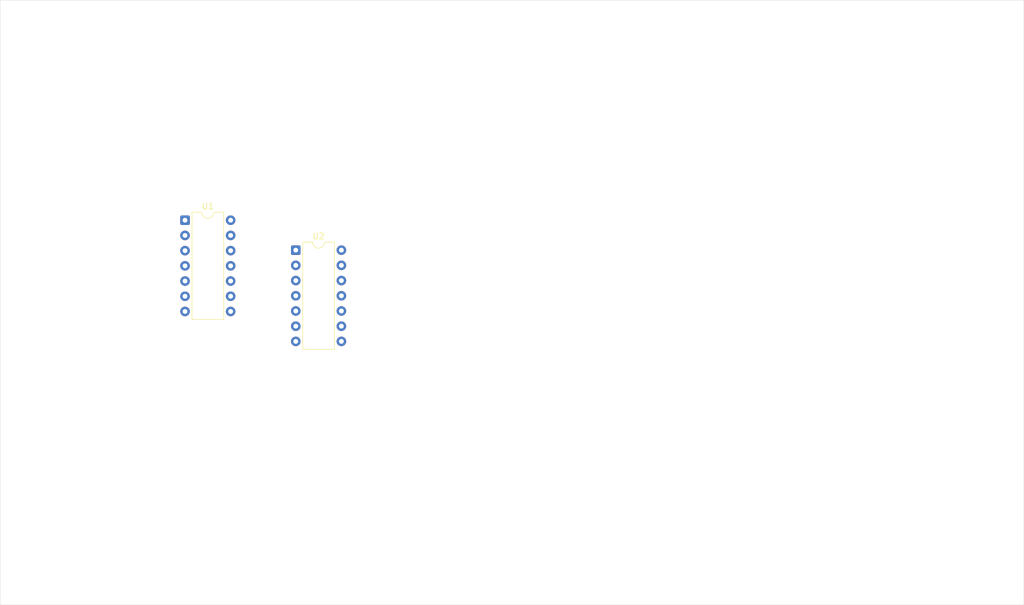
<source format=kicad_pcb>
(kicad_pcb (version 20241229) (generator "pcbnew") (generator_version "9.0")
  (layers (0 "F.Cu" signal) (2 "B.Cu" signal) (13 "F.Paste" user) (15 "B.Paste" user) (5 "F.SilkS" user "F.Silkscreen") (7 "B.SilkS" user "B.Silkscreen") (1 "F.Mask" user) (3 "B.Mask" user) (25 "Edge.Cuts" user))
  (net 0 "")
  (net 10 "GND")
  (net 13 "+5V")
  (footprint "Package_DIP:DIP-14_W7.62mm" (layer "F.Cu") (at 81.38 74.26)
    (property "Reference" "U1" (at 3.81 -2.33 0) (layer "F.SilkS"))
    (property "Value" "4001")
    (fp_line (start 1.16 -1.33) (end 1.16 16.57) (stroke (width 0.12)) (layer "F.SilkS"))
    (fp_line (start 1.16 16.57) (end 6.46 16.57) (stroke (width 0.12)) (layer "F.SilkS"))
    (fp_line (start 2.81 -1.33) (end 1.16 -1.33) (stroke (width 0.12)) (layer "F.SilkS"))
    (fp_line (start 6.46 -1.33) (end 4.81 -1.33) (stroke (width 0.12)) (layer "F.SilkS"))
    (fp_line (start 6.46 16.57) (end 6.46 -1.33) (stroke (width 0.12)) (layer "F.SilkS"))
    (fp_arc (start 4.81 -1.33) (mid 3.81 -0.33) (end 2.81 -1.33) (stroke (width 0.12)) (layer "F.SilkS"))
    (pad "1" thru_hole roundrect (at 0 0) (size 1.6 1.6) (drill 0.8) (layers "*.Cu" "*.Mask") (roundrect_rratio 0.15625))
    (pad "2" thru_hole circle (at 0 2.54) (size 1.6 1.6) (drill 0.8) (layers "*.Cu" "*.Mask"))
    (pad "3" thru_hole circle (at 0 5.08) (size 1.6 1.6) (drill 0.8) (layers "*.Cu" "*.Mask"))
    (pad "4" thru_hole circle (at 0 7.62) (size 1.6 1.6) (drill 0.8) (layers "*.Cu" "*.Mask"))
    (pad "5" thru_hole circle (at 0 10.16) (size 1.6 1.6) (drill 0.8) (layers "*.Cu" "*.Mask"))
    (pad "6" thru_hole circle (at 0 12.7) (size 1.6 1.6) (drill 0.8) (layers "*.Cu" "*.Mask"))
    (pad "7" thru_hole circle (at 0 15.24) (size 1.6 1.6) (drill 0.8) (layers "*.Cu" "*.Mask") (net 10 "GND"))
    (pad "8" thru_hole circle (at 7.62 15.24) (size 1.6 1.6) (drill 0.8) (layers "*.Cu" "*.Mask"))
    (pad "9" thru_hole circle (at 7.62 12.7) (size 1.6 1.6) (drill 0.8) (layers "*.Cu" "*.Mask"))
    (pad "10" thru_hole circle (at 7.62 10.16) (size 1.6 1.6) (drill 0.8) (layers "*.Cu" "*.Mask"))
    (pad "11" thru_hole circle (at 7.62 7.62) (size 1.6 1.6) (drill 0.8) (layers "*.Cu" "*.Mask"))
    (pad "12" thru_hole circle (at 7.62 5.08) (size 1.6 1.6) (drill 0.8) (layers "*.Cu" "*.Mask"))
    (pad "13" thru_hole circle (at 7.62 2.54) (size 1.6 1.6) (drill 0.8) (layers "*.Cu" "*.Mask"))
    (pad "14" thru_hole circle (at 7.62 0) (size 1.6 1.6) (drill 0.8) (layers "*.Cu" "*.Mask") (net 13 "+5V"))
  )
  (footprint "Package_DIP:DIP-14_W7.62mm" (layer "F.Cu") (at 99.88 79.26)
    (property "Reference" "U2" (at 3.81 -2.33 0) (layer "F.SilkS"))
    (property "Value" "4001")
    (fp_line (start 1.16 -1.33) (end 1.16 16.57) (stroke (width 0.12)) (layer "F.SilkS"))
    (fp_line (start 1.16 16.57) (end 6.46 16.57) (stroke (width 0.12)) (layer "F.SilkS"))
    (fp_line (start 2.81 -1.33) (end 1.16 -1.33) (stroke (width 0.12)) (layer "F.SilkS"))
    (fp_line (start 6.46 -1.33) (end 4.81 -1.33) (stroke (width 0.12)) (layer "F.SilkS"))
    (fp_line (start 6.46 16.57) (end 6.46 -1.33) (stroke (width 0.12)) (layer "F.SilkS"))
    (fp_arc (start 4.81 -1.33) (mid 3.81 -0.33) (end 2.81 -1.33) (stroke (width 0.12)) (layer "F.SilkS"))
    (pad "1" thru_hole roundrect (at 0 0) (size 1.6 1.6) (drill 0.8) (layers "*.Cu" "*.Mask") (roundrect_rratio 0.15625))
    (pad "2" thru_hole circle (at 0 2.54) (size 1.6 1.6) (drill 0.8) (layers "*.Cu" "*.Mask"))
    (pad "3" thru_hole circle (at 0 5.08) (size 1.6 1.6) (drill 0.8) (layers "*.Cu" "*.Mask"))
    (pad "4" thru_hole circle (at 0 7.62) (size 1.6 1.6) (drill 0.8) (layers "*.Cu" "*.Mask"))
    (pad "5" thru_hole circle (at 0 10.16) (size 1.6 1.6) (drill 0.8) (layers "*.Cu" "*.Mask"))
    (pad "6" thru_hole circle (at 0 12.7) (size 1.6 1.6) (drill 0.8) (layers "*.Cu" "*.Mask"))
    (pad "7" thru_hole circle (at 0 15.24) (size 1.6 1.6) (drill 0.8) (layers "*.Cu" "*.Mask") (net 10 "GND"))
    (pad "8" thru_hole circle (at 7.62 15.24) (size 1.6 1.6) (drill 0.8) (layers "*.Cu" "*.Mask"))
    (pad "9" thru_hole circle (at 7.62 12.7) (size 1.6 1.6) (drill 0.8) (layers "*.Cu" "*.Mask"))
    (pad "10" thru_hole circle (at 7.62 10.16) (size 1.6 1.6) (drill 0.8) (layers "*.Cu" "*.Mask"))
    (pad "11" thru_hole circle (at 7.62 7.62) (size 1.6 1.6) (drill 0.8) (layers "*.Cu" "*.Mask"))
    (pad "12" thru_hole circle (at 7.62 5.08) (size 1.6 1.6) (drill 0.8) (layers "*.Cu" "*.Mask"))
    (pad "13" thru_hole circle (at 7.62 2.54) (size 1.6 1.6) (drill 0.8) (layers "*.Cu" "*.Mask"))
    (pad "14" thru_hole circle (at 7.62 0) (size 1.6 1.6) (drill 0.8) (layers "*.Cu" "*.Mask") (net 13 "+5V"))
  )
  (gr_rect (start 50.5 37.5) (end 221.5 138.5) (stroke (width 0.05)) (fill no) (layer "Edge.Cuts"))
)
</source>
